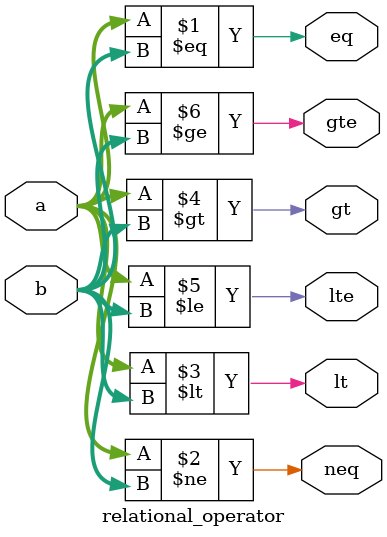
<source format=v>
module relational_operator (
    input  [3:0] a,
    input  [3:0] b,
    output eq,
    output neq,
    output lt,
    output gt,
    output lte,
    output gte
);

assign eq  = (a == b);   // Equal
assign neq = (a != b);   // Not equal
assign lt  = (a < b);    // Less than
assign gt  = (a > b);    // Greater than
assign lte = (a <= b);   // Less than or equal
assign gte = (a >= b);   // Greater than or equal

endmodule

</source>
